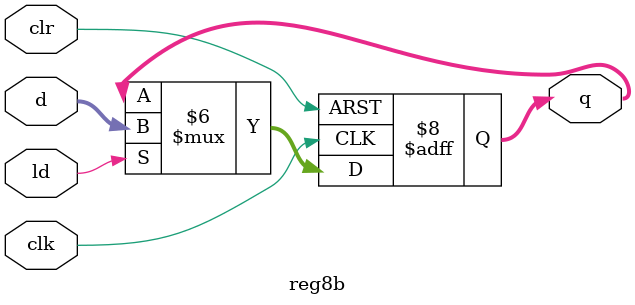
<source format=sv>
module reg8b (
    input logic [7:0] d,
    input logic ld, clr, clk,
    output logic [7:0] q
);

    //inicializa o registrador em zero
    
    initial begin
        q = 8'b00000000;
    end

    //funcionamento do registrador

    always @(negedge clk, posedge clr) begin
        if (clr == 1'b1) begin
            q = 8'b00000000;
        end else begin
            if(ld == 1'b1) begin
                q = d;
            end
        end
    end

endmodule
</source>
